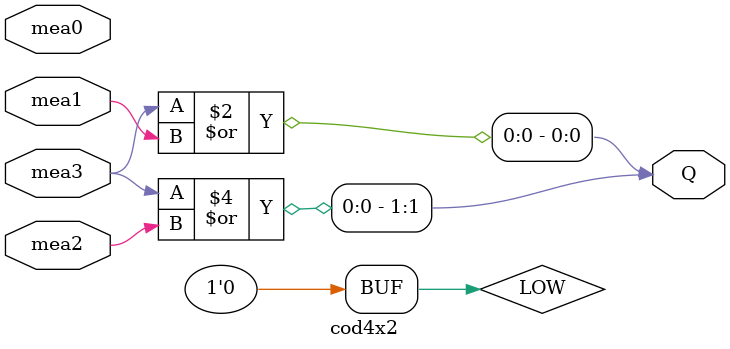
<source format=v>
module cod4x2(input mea0, input mea1, input mea2, input mea3, output [1:0]Q);
	wire LOW, nNOT;
	not(nNOT, mea0);
	and(LOW, nNOT, mea0);
	
	or(Q[0], mea3, mea1, LOW);
	or(Q[1], mea3, mea2);
	
endmodule 
</source>
